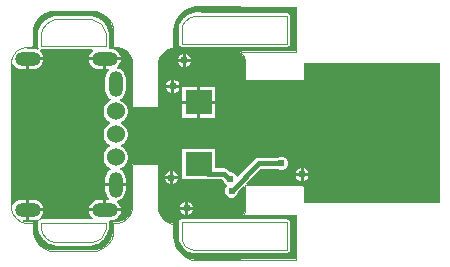
<source format=gbl>
%FSTAX23Y23*%
%MOIN*%
%SFA1B1*%

%IPPOS*%
%ADD15C,0.002700*%
%ADD33C,0.015000*%
%ADD35O,0.086610X0.047240*%
%ADD36O,0.047240X0.086610*%
%ADD37C,0.060000*%
%ADD38C,0.024410*%
%ADD39R,0.088230X0.080610*%
%LNusb-1*%
%LPD*%
G36*
X01814Y01933D02*
X01832Y01933D01*
X01852Y01933*
X01876Y01933*
X01902Y01932*
X0193Y01932*
X01959Y01932*
X01987Y01932*
X02015Y01932*
X02042Y01931*
X02066Y01931*
X02088Y01931*
X02106Y01931*
X0212Y01931*
X02129Y01931*
X02129Y01788*
X02126Y01784*
X01948*
X01947*
X01946Y01784*
X01945Y01783*
X01945*
X01944Y01782*
X01944Y0178*
Y0178*
X01945Y01779*
X01945Y01779*
X01948Y01776*
X01951Y01772*
X01955Y01763*
X01958Y01754*
X01959Y01746*
Y01692*
X01959Y01691*
X01959Y0169*
X0196Y01689*
X01961Y01689*
X01962Y01689*
X02154*
X02154*
X02154Y01689*
X02154Y01689*
X02155Y01689*
X02155Y01689*
X02158Y01692*
X02158Y01692*
X02158Y01693*
X02158Y01694*
X02158Y01694*
X02158Y01694*
Y01746*
X02606*
Y01283*
X02158*
Y01335*
X02158Y01335*
X02158Y01335*
X02158Y01336*
X02158Y01336*
X02158Y01336*
X02155Y01339*
X02155Y01339*
X02155Y01339*
X02155Y01339*
X02154Y01339*
X02154Y01339*
X01966*
X01964Y01344*
X02014Y01393*
X02068*
X02069Y01392*
X02077Y01389*
X02086*
X02094Y01392*
X021Y01399*
X02103Y01407*
Y01416*
X021Y01424*
X02094Y0143*
X02086Y01433*
X02077*
X02069Y0143*
X02068Y01429*
X02006*
X01999Y01428*
X01994Y01424*
X01936Y01366*
X0193Y01368*
X01928Y01372*
X01922Y01378*
X01914Y01382*
X0191*
X01902Y01389*
X01897Y01393*
X0189Y01395*
X01859*
Y0146*
X0175*
Y01359*
X01836*
X01837Y01359*
X01882*
X01888Y01353*
X01891Y01347*
X01897Y01341*
X01897Y01341*
X01898Y01335*
X01896Y01332*
X01892Y01324*
Y01315*
X01896Y01307*
X01902Y01301*
X0191Y01297*
X01919*
X01927Y01301*
X01933Y01307*
X01937Y01315*
Y01316*
X01954Y01334*
X01959Y01332*
Y01261*
X01958Y01253*
X01955Y01244*
X01954Y01242*
X01954Y01242*
X01954Y0124*
X01955Y01239*
X01956Y01239*
X01957Y01239*
X01957*
X02129*
Y01092*
X0212Y01092*
X02106Y01092*
X02088Y01091*
X02066Y01091*
X02042Y01091*
X02015Y01091*
X01987Y01091*
X01959Y01091*
X0193Y0109*
X01902Y0109*
X01876Y0109*
X01852Y0109*
X01832Y0109*
X01814Y0109*
X01805Y0109*
X01797*
X01784Y01092*
X01767Y01097*
X01754Y01105*
X01743Y01115*
X01734Y01127*
X01728Y01141*
X01724Y01155*
X01722Y01166*
Y01207*
Y01209*
X01722Y01209*
X01722Y0121*
X01721Y01211*
Y01211*
X0172Y01211*
X0172Y01211*
X01715Y01212*
X01701Y01217*
X01686Y01228*
X01675Y01244*
X01672Y01259*
Y01406*
Y01407*
X01672Y01407*
X01671Y01408*
X01671Y01408*
X01671Y01408*
X01671Y01408*
X0167Y0141*
X0167Y0141*
X01669Y0141*
X01669Y0141*
X01669Y0141*
X01669Y0141*
X01667*
X01589*
X01585*
X01585Y0141*
X01584Y0141*
X01584Y0141*
X01584*
X01584Y0141*
X01584Y0141*
X01584Y0141*
X01582Y01408*
X01582Y01408*
X01582Y01408*
X01582Y01408*
X01582Y01408*
X01582Y01407*
X01582Y01407*
Y01405*
Y01262*
X01578Y01246*
X01566Y01229*
X0155Y01218*
X01534Y01214*
X01523*
X01522*
X01521Y01214*
X01521Y01213*
X0152Y01213*
Y01213*
X01519Y01212*
X01519Y01211*
X01519*
Y0121*
Y01178*
X01514Y0116*
X01501Y01139*
X0148Y01126*
X01461Y01121*
X01312*
X01293Y01126*
X01273Y01139*
X01259Y0116*
X01254Y01178*
Y0121*
Y01211*
X01254Y01212*
X01253Y01213*
X01253Y01213*
X01252Y01214*
X01251Y01214*
X01251*
X0125*
X01229*
X01218Y01217*
X01219Y01222*
X0123*
Y01256*
Y01289*
X01215*
X01206Y01288*
X01198Y01285*
X01191Y0128*
X01186Y01273*
X01184Y01273*
X01181Y01275*
Y01741*
X01184Y01742*
X01186Y01742*
X01191Y01736*
X01198Y0173*
X01206Y01727*
X01215Y01726*
X0123*
Y0176*
X01235*
Y01765*
X01287*
X01287Y01768*
X01284Y01776*
X01278Y01783*
X01275Y01786*
X01275Y01787*
X01279Y01791*
X0145*
X01452Y01786*
X01449Y01783*
X01443Y01776*
X0144Y01768*
X01439Y01765*
X01545*
X01545Y01768*
X01541Y01776*
X01536Y01783*
X01529Y01789*
X01521Y01792*
X01512Y01793*
X01508*
X01507Y01795*
X01505Y01798*
X01506Y01801*
Y01843*
X01506Y01845*
X01505Y01846*
X01501Y01862*
X015Y01863*
X015Y01865*
X01488Y01882*
X01487Y01883*
X01486Y01884*
X01469Y01896*
X01467Y01896*
X01466Y01897*
X0145Y01901*
X01449Y01901*
X01447Y01902*
X01327*
X01326Y01901*
X01324Y01901*
X01309Y01897*
X01307Y01896*
X01306Y01896*
X01289Y01884*
X01287Y01883*
X01286Y01882*
X01275Y01865*
X01274Y01863*
X01273Y01862*
X01269Y01846*
X01269Y01845*
X01269Y01843*
Y01801*
X01269Y01797*
X01272Y01794*
X01269Y0179*
X01263Y01792*
X01254Y01793*
X01232*
X0123Y01798*
X01231Y01799*
X01251*
X01252Y01799*
X01253Y018*
X01253Y018*
X01254Y01801*
X01254Y01802*
Y01859*
X01259Y01878*
X01273Y01898*
X01293Y01912*
X01312Y01917*
X01461*
X0148Y01912*
X01501Y01898*
X01514Y01878*
X01519Y01859*
Y01802*
X01519Y01801*
X0152Y018*
X0152Y018*
X01521Y01799*
X01522Y01799*
X01534*
X0155Y01795*
X01566Y01784*
X01578Y01767*
X01582Y01751*
Y01599*
X01582Y01599*
X01582Y01599*
X01582Y01599*
X01582Y01598*
X01582Y01598*
X01584Y01597*
X01584Y01597*
X01584Y01597*
X01584Y01597*
X01585Y01596*
X01585*
X01669*
X01669*
X01669Y01597*
X01669Y01597*
X0167Y01597*
X0167Y01597*
X01671Y01598*
X01671Y01598*
X01671Y01599*
X01672Y01599*
X01672Y01599*
Y01599*
Y01748*
X01675Y01763*
X01686Y01779*
X01701Y01791*
X01715Y01796*
X0172Y01796*
X0172Y01796*
X01721Y01797*
X01722Y01798*
X01722Y01798*
X01722Y01799*
Y01857*
X01724Y01868*
X01728Y01882*
X01734Y01895*
X01743Y01907*
X01754Y01918*
X01767Y01926*
X01784Y01931*
X01797Y01933*
X01805*
X01814Y01933*
G37*
%LNusb-2*%
%LPC*%
G36*
X018Y01914D02*
X01792D01*
X01791Y01913*
X01789Y01913*
X01773Y01909*
X01772Y01908*
X0177Y01907*
X01755Y01896*
X01754Y01896*
X01754Y01896*
X01753Y01894*
X01752Y01893*
X01752Y01893*
X01752Y01893*
X01742Y01877*
X01742Y01875*
X01741Y01874*
X01738Y01861*
X01738Y01859*
X01738Y01858*
Y0181*
X01739Y01806*
X01741Y01803*
X01744Y01801*
X01748Y018*
X02099*
X02103Y01801*
X02106Y01803*
X02108Y01806*
X02109Y0181*
Y01902*
X02108Y01904*
X02108Y01906*
X02108Y01906*
X02108Y01906*
X02107Y01908*
X02106Y01909*
X02106Y01909*
X02106Y01909*
X02104Y0191*
X02103Y01911*
X02103*
X02103Y01911*
X02101Y01912*
X02099Y01912*
X02096Y01912*
X02087Y01912*
X02074Y01912*
X02074*
X02056Y01912*
X02035Y01913*
X02012Y01913*
Y01913*
Y01913*
X01987Y01913*
X0196Y01913*
X01933Y01913*
X01907Y01913*
X01882Y01913*
X01858Y01913*
X01837Y01913*
X0182Y01913*
X0182*
X01806Y01914*
X018Y01914*
X018*
X018*
G37*
G36*
X01762Y01776D02*
Y01759D01*
X01779*
X01776Y01767*
X0177Y01773*
X01762Y01776*
G37*
G36*
X01752D02*
X01744Y01773D01*
X01738Y01767*
X01735Y01759*
X01752*
Y01776*
G37*
G36*
X01779Y01749D02*
X01762D01*
Y01732*
X0177Y01735*
X01776Y01742*
X01779Y01749*
G37*
G36*
X01752D02*
X01735D01*
X01738Y01742*
X01744Y01735*
X01752Y01732*
Y01749*
G37*
G36*
X01487Y01755D02*
X01439D01*
X0144Y01751*
X01443Y01743*
X01449Y01736*
X01456Y0173*
X01464Y01727*
X01473Y01726*
X01487*
Y01755*
G37*
G36*
X01287D02*
X0124D01*
Y01726*
X01254*
X01263Y01727*
X01271Y0173*
X01278Y01736*
X01284Y01743*
X01287Y01751*
X01287Y01755*
G37*
G36*
X01724Y0169D02*
Y01673D01*
X01741*
X01738Y01681*
X01732Y01687*
X01724Y0169*
G37*
G36*
X01714D02*
X01707Y01687D01*
X017Y01681*
X01697Y01673*
X01714*
Y0169*
G37*
G36*
X01741Y01663D02*
X01724D01*
Y01646*
X01732Y0165*
X01738Y01656*
X01741Y01663*
G37*
G36*
X01714D02*
X01697D01*
X017Y01656*
X01707Y0165*
X01714Y01646*
Y01663*
G37*
G36*
X01859Y01664D02*
X0181D01*
Y01619*
X01859*
Y01664*
G37*
G36*
X01772Y01664D02*
X0177Y01664D01*
X0175*
Y01619*
X018*
Y01664*
X01773*
X01772Y01664*
G37*
G36*
X01859Y01609D02*
X0181D01*
Y01563*
X01859*
Y01609*
G37*
G36*
X018D02*
X0175D01*
Y01563*
X018*
Y01609*
G37*
G36*
X02155Y01396D02*
Y0138D01*
X02171*
X02168Y01387*
X02162Y01393*
X02155Y01396*
G37*
G36*
X02145D02*
X02137Y01393D01*
X02131Y01387*
X02128Y0138*
X02145*
Y01396*
G37*
G36*
X01719Y01385D02*
Y01368D01*
X01736*
X01733Y01376*
X01727Y01382*
X01719Y01385*
G37*
G36*
X01709D02*
X01702Y01382D01*
X01695Y01376*
X01692Y01368*
X01709*
Y01385*
G37*
G36*
X02171Y0137D02*
X02155D01*
Y01353*
X02162Y01356*
X02168Y01362*
X02171Y0137*
G37*
G36*
X02145D02*
X02128D01*
X02131Y01362*
X02137Y01356*
X02145Y01353*
Y0137*
G37*
G36*
X01545Y01755D02*
X01497D01*
Y01726*
X01505*
X01507Y01721*
X01504Y01719*
X01498Y01712*
X01495Y01703*
X01494Y01695*
Y01655*
X01495Y01646*
X01498Y01638*
X01504Y01631*
X01511Y01626*
X01512Y01625*
X01511Y0162*
X01503Y01616*
X01496Y01608*
X01491Y01599*
X01488Y01589*
Y01578*
X01491Y01568*
X01496Y01559*
X01503Y01552*
X01509Y01548*
Y01543*
X01503Y0154*
X01496Y01532*
X01491Y01523*
X01488Y01513*
Y01502*
X01491Y01492*
X01496Y01483*
X01503Y01476*
X01509Y01472*
Y01467*
X01503Y01464*
X01496Y01456*
X01491Y01447*
X01488Y01437*
Y01426*
X01491Y01416*
X01496Y01407*
X01503Y014*
X01511Y01395*
X01512Y0139*
X01511Y01389*
X01504Y01384*
X01498Y01377*
X01495Y01369*
X01494Y0136*
Y01345*
X01528*
X01562*
Y0136*
X01561Y01369*
X01557Y01377*
X01552Y01384*
X01545Y01389*
X01544Y0139*
X01544Y01395*
X01552Y014*
X0156Y01407*
X01565Y01416*
X01568Y01426*
Y01437*
X01565Y01447*
X0156Y01456*
X01552Y01464*
X01547Y01467*
Y01472*
X01552Y01476*
X0156Y01483*
X01565Y01492*
X01568Y01502*
Y01513*
X01565Y01523*
X0156Y01532*
X01552Y0154*
X01547Y01543*
Y01548*
X01552Y01552*
X0156Y01559*
X01565Y01568*
X01568Y01578*
Y01589*
X01565Y01599*
X0156Y01608*
X01552Y01616*
X01544Y0162*
X01544Y01625*
X01545Y01626*
X01552Y01631*
X01557Y01638*
X01561Y01646*
X01562Y01655*
Y01695*
X01561Y01703*
X01557Y01712*
X01552Y01719*
X01545Y01724*
X01537Y01727*
X01534Y01728*
X01533Y01733*
X01536Y01736*
X01541Y01743*
X01545Y01751*
X01545Y01755*
G37*
G36*
X01736Y01358D02*
X01719D01*
Y01341*
X01727Y01344*
X01733Y01351*
X01736Y01358*
G37*
G36*
X01709D02*
X01692D01*
X01695Y01351*
X01702Y01344*
X01709Y01341*
Y01358*
G37*
G36*
X0177Y01283D02*
Y01266D01*
X01786*
X01783Y01274*
X01777Y0128*
X0177Y01283*
G37*
G36*
X0176D02*
X01752Y0128D01*
X01746Y01274*
X01743Y01266*
X0176*
Y01283*
G37*
G36*
X01562Y01335D02*
X01528D01*
X01494*
Y01321*
X01495Y01312*
X01498Y01304*
X01504Y01297*
X01507Y01294*
X01505Y01289*
X01497*
Y01261*
X01545*
X01545Y01264*
X01541Y01273*
X01536Y0128*
X01533Y01282*
X01534Y01287*
X01537Y01288*
X01545Y01291*
X01552Y01297*
X01557Y01304*
X01561Y01312*
X01562Y01321*
Y01335*
G37*
G36*
X01487Y01289D02*
X01473D01*
X01464Y01288*
X01456Y01285*
X01449Y0128*
X01443Y01273*
X0144Y01264*
X01439Y01261*
X01487*
Y01289*
G37*
G36*
X01254D02*
X0124D01*
Y01261*
X01287*
X01287Y01264*
X01284Y01273*
X01278Y0128*
X01271Y01285*
X01263Y01288*
X01254Y01289*
G37*
G36*
X01786Y01256D02*
X0177D01*
Y01239*
X01777Y01242*
X01783Y01249*
X01786Y01256*
G37*
G36*
X0176D02*
X01743D01*
X01746Y01249*
X01752Y01242*
X0176Y01239*
Y01256*
G37*
G36*
X01545Y01251D02*
X01439D01*
X0144Y01247*
X01443Y01239*
X01449Y01232*
X01453Y01229*
X01451Y01224*
X01279*
X01275Y01223*
X01272Y01227*
X01278Y01232*
X01284Y01239*
X01287Y01247*
X01287Y01251*
X0124*
Y01222*
X01254*
X01263Y01223*
X01271Y01226*
X01273Y01222*
X01272Y01221*
X01269Y01217*
X01269Y01213*
Y01196*
X01269Y01194*
X01269Y01193*
X01273Y01178*
X01274Y01176*
X01275Y01175*
X01286Y01158*
X01287Y01156*
X01289Y01155*
X01306Y01143*
X01307Y01143*
X01309Y01142*
X01324Y01138*
X01326Y01138*
X01327Y01137*
X01447*
X01449Y01138*
X0145Y01138*
X01466Y01142*
X01467Y01143*
X01469Y01143*
X01486Y01155*
X01487Y01156*
X01488Y01158*
X015Y01175*
X015Y01176*
X01501Y01178*
X01505Y01193*
X01506Y01194*
X01506Y01196*
Y01213*
X01505Y01217*
X01506Y01219*
X01508Y01222*
X01512*
X01521Y01223*
X01529Y01226*
X01536Y01232*
X01541Y01239*
X01545Y01247*
X01545Y01251*
G37*
G36*
X02099Y01224D02*
X01748D01*
X01744Y01223*
X01741Y01221*
X01739Y01218*
X01738Y01214*
Y01166*
X01738Y01165*
X01738Y01164*
X01741Y0115*
X01742Y01149*
X01742Y01148*
X01752Y01132*
X01752Y01132*
X01752Y01132*
X01753Y0113*
X01754Y01129*
X01754Y01129*
X01755Y01129*
X0177Y01117*
X01772Y01116*
X01773Y01116*
X01789Y01111*
X01791Y01111*
X01792Y01111*
X018*
X018*
X01806Y01111*
X01806*
X01806*
X0182Y01111*
X0182*
X01837Y01111*
X01858Y01111*
X01882Y01111*
X01907Y01111*
X01933Y01111*
X01933*
X0196Y01111*
X01987Y01112*
X02012Y01112*
X02035Y01112*
X02056Y01112*
X02056*
X02074Y01112*
X02074*
X02087Y01112*
X02096Y01112*
X02096Y01112*
X02096Y01112*
X02099Y01112*
X02101Y01112*
X02103Y01113*
X02103Y01113*
X02103Y01113*
X02104Y01114*
X02106Y01115*
X02106Y01115*
X02106Y01115*
X02107Y01117*
X02108Y01118*
X02108Y01118*
X02108Y01118*
X02108Y0112*
X02109Y01122*
Y01214*
X02108Y01218*
X02106Y01221*
X02103Y01223*
X02099Y01224*
G37*
%LNusb-3*%
%LPD*%
G54D15*
X01252Y01211D02*
D01*
D01*
G75*
G03X01251Y01212I-00001J0D01*
G74*G01*
Y018D02*
D01*
D01*
G75*
G03X01252Y01802I0J00001D01*
G74*G01*
X01521D02*
D01*
D01*
G75*
G03X01522Y018I00001J0D01*
G74*G01*
X0172Y01798D02*
D01*
D01*
G75*
G03X01721Y01799I-0J00001D01*
G74*G01*
X01947Y01783D02*
D01*
D01*
G75*
G03X01946Y0178I0J-00001D01*
G74*G01*
X0196Y01692D02*
D01*
D01*
G75*
G03X01962Y0169I00001J0D01*
G74*G01*
X02157Y01693D02*
D01*
D01*
G75*
G03X02157Y01695I-00002J00001D01*
G74*G01*
Y01335D02*
D01*
D01*
G75*
G03X02157Y01335I-00002J0D01*
G74*G01*
X01962Y01338D02*
D01*
D01*
G75*
G03X0196Y01336I0J-00001D01*
G74*G01*
X01955Y01242D02*
D01*
D01*
G75*
G03X01957Y0124I00001J-0D01*
G74*G01*
X01721Y01209D02*
D01*
D01*
G75*
G03X0172Y0121I-00001J-0D01*
G74*G01*
X01522Y01212D02*
D01*
D01*
G75*
G03X01521Y01211I0J-00001D01*
G74*G01*
X01583Y01599D02*
X01585Y01598D01*
X01669D02*
X0167Y01599D01*
X01583Y01407D02*
X01585Y01409D01*
X01669D02*
X0167Y01407D01*
X02154Y0169D02*
X02157Y01693D01*
X01962Y0169D02*
X02154D01*
X02154Y01338D02*
X02157Y01335D01*
X02157Y01335D02*
Y01335D01*
X01962Y01338D02*
X02154D01*
X01776Y01125D02*
X01792Y01121D01*
X01761Y01137D02*
X01776Y01125D01*
X01751Y01153D02*
X01761Y01137D01*
X01748Y01166D02*
X01751Y01153D01*
X01748Y01166D02*
Y01214D01*
X02099*
Y01122D02*
Y01214D01*
X02096Y01122D02*
X02099Y01122D01*
X02087Y01122D02*
X02096Y01122D01*
X02074Y01122D02*
X02087Y01122D01*
X02056Y01122D02*
X02074Y01122D01*
X02035Y01122D02*
X02056Y01122D01*
X02012Y01122D02*
X02035Y01122D01*
X01987Y01122D02*
X02012Y01122D01*
X0196Y01122D02*
X01987Y01122D01*
X01933Y01122D02*
X0196Y01122D01*
X01907Y01121D02*
X01933Y01122D01*
X01882Y01121D02*
X01907Y01121D01*
X01858Y01121D02*
X01882Y01121D01*
X01837Y01121D02*
X01858Y01121D01*
X0182Y01121D02*
X01837Y01121D01*
X01806Y01121D02*
X0182Y01121D01*
X018Y01121D02*
X01806Y01121D01*
X01792Y01121D02*
X018D01*
X01295Y01163D02*
X01311Y01152D01*
X01327Y01148*
X01447*
X01463Y01152*
X0148Y01163*
X01491Y0118*
X01496Y01196*
Y01213*
X01279D02*
X01496D01*
X01279Y01196D02*
Y01213D01*
Y01196D02*
X01283Y0118D01*
X01295Y01163*
X01279Y01801D02*
X01496D01*
Y01843*
X01491Y01859D02*
X01496Y01843D01*
X0148Y01876D02*
X01491Y01859D01*
X01463Y01887D02*
X0148Y01876D01*
X01447Y01891D02*
X01463Y01887D01*
X01327Y01891D02*
X01447D01*
X01311Y01887D02*
X01327Y01891D01*
X01295Y01876D02*
X01311Y01887D01*
X01283Y01859D02*
X01295Y01876D01*
X01279Y01843D02*
X01283Y01859D01*
X01279Y01801D02*
Y01843D01*
X01748Y0181D02*
X02099D01*
Y01902*
X02096Y01902D02*
X02099Y01902D01*
X02087Y01902D02*
X02096Y01902D01*
X02074Y01902D02*
X02087Y01902D01*
X02056Y01902D02*
X02074Y01902D01*
X02035Y01902D02*
X02056Y01902D01*
X02012Y01902D02*
X02035Y01902D01*
X01987Y01903D02*
X02012Y01902D01*
X0196Y01903D02*
X01987Y01903D01*
X01933Y01903D02*
X0196Y01903D01*
X01907Y01903D02*
X01933Y01903D01*
X01882Y01903D02*
X01907Y01903D01*
X01858Y01903D02*
X01882Y01903D01*
X01837Y01903D02*
X01858Y01903D01*
X0182Y01903D02*
X01837Y01903D01*
X01806Y01903D02*
X0182Y01903D01*
X018Y01903D02*
X01806Y01903D01*
X01792Y01903D02*
X018D01*
X01776Y01899D02*
X01792Y01903D01*
X01761Y01887D02*
X01776Y01899D01*
X01751Y01872D02*
X01761Y01887D01*
X01748Y01858D02*
X01751Y01872D01*
X01748Y0181D02*
Y01858D01*
X01272Y01138D02*
X01292Y01124D01*
X01258Y01159D02*
X01272Y01138D01*
X01252Y01178D02*
X01258Y01159D01*
X01252Y01178D02*
Y01211D01*
X01229Y01212D02*
X01251D01*
X01213Y01217D02*
X01229Y01212D01*
X01195Y01228D02*
X01213Y01217D01*
X01184Y01246D02*
X01195Y01228D01*
X0118Y01261D02*
X01184Y01246D01*
X0118Y01261D02*
Y01752D01*
X01184Y01767*
X01195Y01785*
X01213Y01796*
X01229Y018*
X01251*
X01252Y01802D02*
Y01859D01*
X01258Y01878*
X01272Y01899*
X01292Y01913*
X01311Y01918*
X01462*
X01481Y01913*
X01501Y01899*
X01516Y01878*
X01521Y01859*
Y01802D02*
Y01859D01*
X01522Y018D02*
X01534D01*
X0155Y01796*
X01567Y01785*
X01579Y01767*
X01583Y01752*
Y01599D02*
Y01752D01*
X01585Y01598D02*
X01669D01*
X0167Y01599D02*
Y01749D01*
X01674Y01764*
X01685Y0178*
X017Y01792*
X01715Y01797*
X0172Y01798*
X01721Y01799D02*
Y01857D01*
X01722Y01868*
X01726Y01882*
X01733Y01896*
X01742Y01908*
X01753Y01919*
X01767Y01927*
X01783Y01932*
X01797Y01934*
X01805*
X01814Y01934*
X01832Y01934*
X01852Y01934*
X01876Y01934*
X01902Y01934*
X0193Y01934*
X01959Y01933*
X01987Y01933*
X02015Y01933*
X02042Y01933*
X02066Y01933*
X02088Y01932*
X02106Y01932*
X0212Y01932*
X02129Y01932*
X02131Y01932*
Y01783D02*
Y01932D01*
X01947Y01783D02*
X02131D01*
X01946Y0178D02*
X01947Y01779D01*
X01952Y01773*
X01956Y01764*
X01959Y01754*
X0196Y01746*
Y01692D02*
Y01746D01*
X02157Y01695D02*
Y01747D01*
X02607*
Y01282D02*
Y01747D01*
X02157Y01282D02*
X02607D01*
X02157D02*
Y01335D01*
X0196Y01261D02*
Y01336D01*
X01959Y01252D02*
X0196Y01261D01*
X01956Y01243D02*
X01959Y01252D01*
X01955Y01242D02*
X01956Y01243D01*
X01957Y0124D02*
X02131D01*
Y0109D02*
Y0124D01*
X02129Y0109D02*
X02131Y0109D01*
X0212Y0109D02*
X02129Y0109D01*
X02106Y0109D02*
X0212Y0109D01*
X02088Y0109D02*
X02106Y0109D01*
X02066Y0109D02*
X02088Y0109D01*
X02042Y0109D02*
X02066Y0109D01*
X02015Y0109D02*
X02042Y0109D01*
X01987Y01089D02*
X02015Y0109D01*
X01959Y01089D02*
X01987Y01089D01*
X0193Y01089D02*
X01959Y01089D01*
X01902Y01089D02*
X0193Y01089D01*
X01876Y01089D02*
X01902Y01089D01*
X01852Y01088D02*
X01876Y01089D01*
X01832Y01088D02*
X01852Y01088D01*
X01814Y01088D02*
X01832Y01088D01*
X01805Y01088D02*
X01814Y01088D01*
X01797Y01088D02*
X01805D01*
X01783Y0109D02*
X01797Y01088D01*
X01767Y01095D02*
X01783Y0109D01*
X01753Y01104D02*
X01767Y01095D01*
X01742Y01114D02*
X01753Y01104D01*
X01733Y01127D02*
X01742Y01114D01*
X01726Y0114D02*
X01733Y01127D01*
X01722Y01155D02*
X01726Y0114D01*
X01721Y01165D02*
X01722Y01155D01*
X01721Y01165D02*
Y01209D01*
X01715Y0121D02*
X0172Y0121D01*
X017Y01215D02*
X01715Y0121D01*
X01685Y01227D02*
X017Y01215D01*
X01674Y01244D02*
X01685Y01227D01*
X0167Y01259D02*
X01674Y01244D01*
X0167Y01259D02*
Y01407D01*
X01585Y01409D02*
X01669D01*
X01583Y01261D02*
Y01407D01*
X01579Y01246D02*
X01583Y01261D01*
X01567Y01228D02*
X01579Y01246D01*
X0155Y01217D02*
X01567Y01228D01*
X01534Y01212D02*
X0155Y01217D01*
X01522Y01212D02*
X01534D01*
X01521Y01178D02*
Y01211D01*
X01516Y01159D02*
X01521Y01178D01*
X01501Y01138D02*
X01516Y01159D01*
X01481Y01124D02*
X01501Y01138D01*
X01462Y01119D02*
X01481Y01124D01*
X01311Y01119D02*
X01462D01*
X01292Y01124D02*
X01311Y01119D01*
G54D33*
X02006Y01411D02*
X02081D01*
X01915Y0132D02*
X02006Y01411D01*
X01837Y01377D02*
X0189D01*
X01907Y0136*
X01805Y0141D02*
X01837Y01377D01*
X01907Y0136D02*
X0191D01*
X01772Y01646D02*
X01805Y01614D01*
G54D35*
X01235Y01256D03*
Y0176D03*
X01492Y01256D03*
Y0176D03*
G54D36*
X01528Y0134D03*
Y01675D03*
G54D37*
X01528Y01432D03*
Y01508D03*
Y01584D03*
G54D38*
X01719Y01668D03*
X01757Y01754D03*
X0215Y01375D03*
X0191Y0136D03*
X01714Y01363D03*
X01765Y01261D03*
X02081Y01411D03*
X01915Y0132D03*
G54D39*
X01805Y01614D03*
Y0141D03*
M02*
</source>
